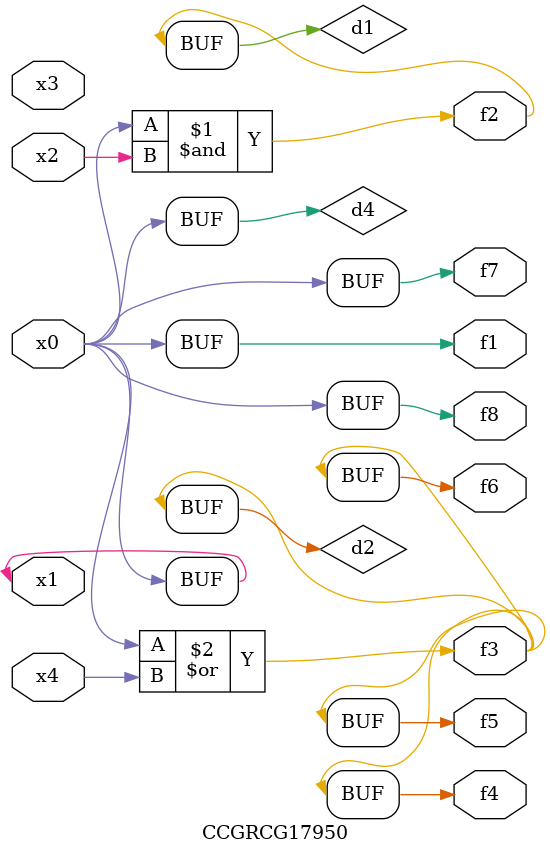
<source format=v>
module CCGRCG17950(
	input x0, x1, x2, x3, x4,
	output f1, f2, f3, f4, f5, f6, f7, f8
);

	wire d1, d2, d3, d4;

	and (d1, x0, x2);
	or (d2, x0, x4);
	nand (d3, x0, x2);
	buf (d4, x0, x1);
	assign f1 = d4;
	assign f2 = d1;
	assign f3 = d2;
	assign f4 = d2;
	assign f5 = d2;
	assign f6 = d2;
	assign f7 = d4;
	assign f8 = d4;
endmodule

</source>
